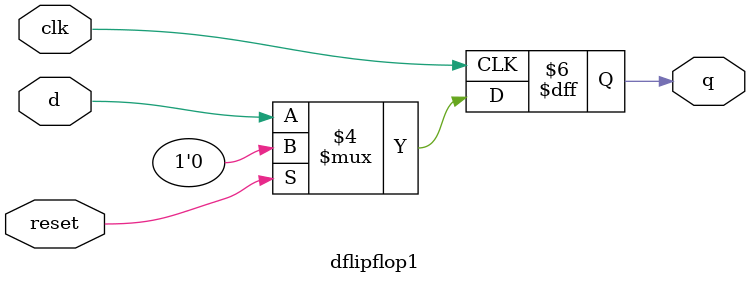
<source format=v>
module dflipflop1(d,q,clk,reset);
input d;
input clk,reset;
output reg q;
//reg q;
always@(posedge clk)
begin
if(reset==1'b1)
	q<=1'b0;
else
	q<=d;
end
endmodule 
</source>
